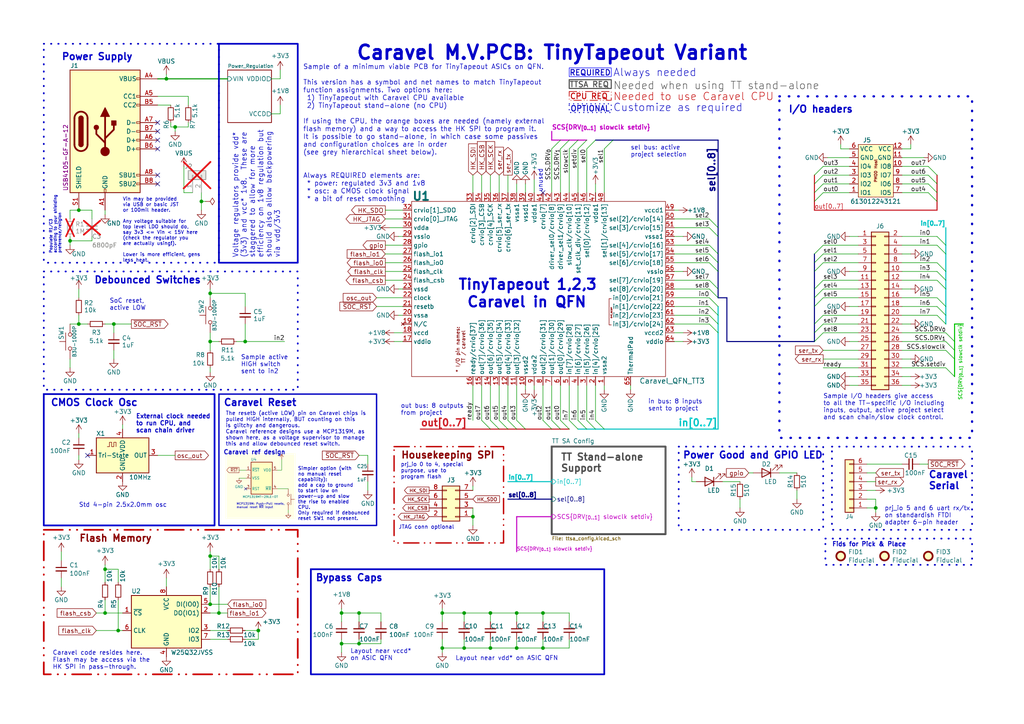
<source format=kicad_sch>
(kicad_sch (version 20230121) (generator eeschema)
  (paper "A4")
  (title_block (title "Caravel Minimum Viable PCB Example: TinyTapeout Version") (date "2023-10-27") (rev "1.3") (company "Psychogenic Technologies INC") (comment 1 "(C) 2023 Pat Deegan"))
  (junction (at 74.93 182.88))
  (junction (at 50.8 36.83))
  (junction (at 22.86 60.96))
  (junction (at 134.62 177.8))
  (junction (at 104.14 177.8))
  (junction (at 60.96 85.09))
  (junction (at 142.24 187.96))
  (junction (at 104.14 186.69))
  (junction (at 30.48 177.8))
  (junction (at 142.24 177.8))
  (junction (at 149.86 187.96))
  (junction (at 48.26 22.86))
  (junction (at 60.96 175.26))
  (junction (at 128.27 177.8))
  (junction (at 22.86 93.98))
  (junction (at 58.42 58.42))
  (junction (at 157.48 187.96))
  (junction (at 99.06 177.8))
  (junction (at 149.86 177.8))
  (junction (at 34.29 182.88))
  (junction (at 60.96 161.29))
  (junction (at 71.12 99.06))
  (junction (at 137.16 149.86))
  (junction (at 60.96 99.06))
  (junction (at 128.27 187.96))
  (junction (at 20.32 69.85))
  (junction (at 33.02 93.98))
  (junction (at 157.48 177.8))
  (junction (at 134.62 187.96))
  (junction (at 254 147.32))
  (junction (at 30.48 165.1))
  (junction (at 99.06 186.69))
  (junction (at 63.5 177.8))
  (no_connect (at 45.72 50.8))
  (no_connect (at 45.72 40.64))
  (no_connect (at 45.72 43.18))
  (no_connect (at 25.4 132.08))
  (no_connect (at 45.72 53.34))
  (no_connect (at 45.72 35.56))
  (no_connect (at 157.48 55.88))
  (no_connect (at 45.72 38.1))
  (bus_entry (at 274.32 73.66) (size -2.54 -2.54))
  (bus_entry (at 276.86 104.14) (size -2.54 -2.54))
  (bus_entry (at 236.22 78.74) (size 2.54 -2.54))
  (bus_entry (at 167.64 43.18) (size 2.54 -2.54))
  (bus_entry (at 271.78 58.42) (size -2.54 -2.54))
  (bus_entry (at 208.28 86.36) (size -2.54 -2.54))
  (bus_entry (at 236.22 58.42) (size 2.54 -2.54))
  (bus_entry (at 208.28 76.2) (size -2.54 -2.54))
  (bus_entry (at 274.32 78.74) (size -2.54 -2.54))
  (bus_entry (at 236.22 83.82) (size 2.54 -2.54))
  (bus_entry (at 236.22 93.98) (size 2.54 -2.54))
  (bus_entry (at 152.4 124.46) (size -2.54 -2.54))
  (bus_entry (at 208.28 96.52) (size -2.54 -2.54))
  (bus_entry (at 162.56 124.46) (size -2.54 -2.54))
  (bus_entry (at 165.1 124.46) (size -2.54 -2.54))
  (bus_entry (at 271.78 68.58) (size 2.54 2.54))
  (bus_entry (at 160.02 124.46) (size -2.54 -2.54))
  (bus_entry (at 276.86 99.06) (size -2.54 -2.54))
  (bus_entry (at 236.22 88.9) (size 2.54 -2.54))
  (bus_entry (at 236.22 50.8) (size 2.54 -2.54))
  (bus_entry (at 236.22 73.66) (size 2.54 -2.54))
  (bus_entry (at 167.64 124.46) (size -2.54 -2.54))
  (bus_entry (at 144.78 124.46) (size -2.54 -2.54))
  (bus_entry (at 172.72 40.64) (size -2.54 2.54))
  (bus_entry (at 162.56 43.18) (size 2.54 -2.54))
  (bus_entry (at 236.22 53.34) (size 2.54 -2.54))
  (bus_entry (at 236.22 99.06) (size 2.54 -2.54))
  (bus_entry (at 274.32 88.9) (size -2.54 -2.54))
  (bus_entry (at 208.28 78.74) (size -2.54 -2.54))
  (bus_entry (at 208.28 66.04) (size -2.54 -2.54))
  (bus_entry (at 274.32 81.28) (size -2.54 -2.54))
  (bus_entry (at 172.72 124.46) (size -2.54 -2.54))
  (bus_entry (at 165.1 43.18) (size 2.54 -2.54))
  (bus_entry (at 236.22 55.88) (size 2.54 -2.54))
  (bus_entry (at 271.78 50.8) (size -2.54 -2.54))
  (bus_entry (at 274.32 93.98) (size -2.54 -2.54))
  (bus_entry (at 142.24 124.46) (size -2.54 -2.54))
  (bus_entry (at 160.02 43.18) (size 2.54 -2.54))
  (bus_entry (at 147.32 124.46) (size -2.54 -2.54))
  (bus_entry (at 208.28 68.58) (size -2.54 -2.54))
  (bus_entry (at 236.22 76.2) (size 2.54 -2.54))
  (bus_entry (at 271.78 55.88) (size -2.54 -2.54))
  (bus_entry (at 170.18 124.46) (size -2.54 -2.54))
  (bus_entry (at 208.28 88.9) (size -2.54 -2.54))
  (bus_entry (at 236.22 96.52) (size 2.54 -2.54))
  (bus_entry (at 208.28 93.98) (size -2.54 -2.54))
  (bus_entry (at 208.28 91.44) (size -2.54 -2.54))
  (bus_entry (at 274.32 83.82) (size -2.54 -2.54))
  (bus_entry (at 276.86 109.22) (size -2.54 -2.54))
  (bus_entry (at 236.22 86.36) (size 2.54 -2.54))
  (bus_entry (at 175.26 124.46) (size -2.54 -2.54))
  (bus_entry (at 208.28 73.66) (size -2.54 -2.54))
  (bus_entry (at 276.86 101.6) (size -2.54 -2.54))
  (bus_entry (at 274.32 91.44) (size -2.54 -2.54))
  (bus_entry (at 208.28 83.82) (size -2.54 -2.54))
  (bus_entry (at 271.78 53.34) (size -2.54 -2.54))
  (bus_entry (at 177.8 40.64) (size -2.54 2.54))
  (bus_entry (at 149.86 124.46) (size -2.54 -2.54))
  (wire (pts (xy 238.76 73.66) (xy 248.92 73.66)))
  (wire (pts (xy 195.58 63.5) (xy 205.74 63.5)))
  (bus (pts (xy 208.28 68.58) (xy 208.28 73.66)))
  (wire (pts (xy 26.67 60.96) (xy 22.86 60.96)))
  (bus (pts (xy 236.22 88.9) (xy 236.22 93.98)))
  (wire (pts (xy 261.62 73.66) (xy 264.16 73.66)))
  (wire (pts (xy 195.58 81.28) (xy 205.74 81.28)))
  (wire (pts (xy 157.48 177.8) (xy 157.48 180.34)))
  (bus (pts (xy 172.72 124.46) (xy 175.26 124.46)) (stroke (width 0) (color 0 194 194 1)))
  (wire (pts (xy 264.16 41.91) (xy 264.16 43.18)))
  (wire (pts (xy 17.78 160.02) (xy 17.78 162.56)))
  (wire (pts (xy 160.02 111.76) (xy 160.02 121.92)))
  (wire (pts (xy 238.76 93.98) (xy 248.92 93.98)))
  (wire (pts (xy 165.1 180.34) (xy 165.1 177.8)))
  (wire (pts (xy 60.96 83.82) (xy 60.96 85.09)))
  (wire (pts (xy 162.56 43.18) (xy 162.56 55.88)))
  (wire (pts (xy 22.86 132.08) (xy 22.86 133.35)))
  (wire (pts (xy 167.64 111.76) (xy 167.64 121.92)))
  (wire (pts (xy 251.46 139.7) (xy 254 139.7)))
  (wire (pts (xy 261.62 86.36) (xy 271.78 86.36)))
  (bus (pts (xy 210.82 86.36) (xy 208.28 86.36)))
  (bus (pts (xy 236.22 60.96) (xy 271.78 60.96)) (stroke (width 0) (color 199 20 29 1)))
  (wire (pts (xy 246.38 99.06) (xy 248.92 99.06)))
  (wire (pts (xy 238.76 53.34) (xy 246.38 53.34)))
  (wire (pts (xy 116.84 83.82) (xy 115.57 83.82)))
  (wire (pts (xy 149.86 177.8) (xy 149.86 180.34)))
  (wire (pts (xy 182.88 113.03) (xy 182.88 111.76)))
  (bus (pts (xy 208.28 83.82) (xy 208.28 86.36)))
  (bus (pts (xy 276.86 93.98) (xy 276.86 99.06)) (stroke (width 0) (color 0 194 0 1)))
  (wire (pts (xy 144.78 55.88) (xy 144.78 50.8)))
  (wire (pts (xy 149.86 111.76) (xy 149.86 121.92)))
  (bus (pts (xy 147.32 144.78) (xy 160.02 144.78)))
  (wire (pts (xy 142.24 177.8) (xy 142.24 180.34)))
  (wire (pts (xy 142.24 177.8) (xy 149.86 177.8)))
  (wire (pts (xy 104.14 185.42) (xy 104.14 186.69)))
  (wire (pts (xy 20.32 69.85) (xy 20.32 71.12)))
  (wire (pts (xy 196.85 60.96) (xy 195.58 60.96)))
  (bus (pts (xy 236.22 99.06) (xy 210.82 99.06)))
  (bus (pts (xy 177.8 40.64) (xy 208.28 40.64)))
  (wire (pts (xy 142.24 111.76) (xy 142.24 121.92)))
  (wire (pts (xy 165.1 187.96) (xy 157.48 187.96)))
  (wire (pts (xy 264.16 43.18) (xy 261.62 43.18)))
  (wire (pts (xy 261.62 78.74) (xy 271.78 78.74)))
  (wire (pts (xy 195.58 83.82) (xy 205.74 83.82)))
  (wire (pts (xy 198.12 68.58) (xy 195.58 68.58)))
  (wire (pts (xy 170.18 43.18) (xy 170.18 55.88)))
  (wire (pts (xy 30.48 177.8) (xy 35.56 177.8)))
  (wire (pts (xy 27.94 182.88) (xy 34.29 182.88)))
  (wire (pts (xy 238.76 106.68) (xy 248.92 106.68)))
  (bus (pts (xy 236.22 93.98) (xy 236.22 96.52)))
  (wire (pts (xy 261.62 101.6) (xy 274.32 101.6)))
  (wire (pts (xy 128.27 185.42) (xy 128.27 187.96)))
  (wire (pts (xy 116.84 66.04) (xy 113.03 66.04)))
  (wire (pts (xy 116.84 88.9) (xy 109.22 88.9)))
  (wire (pts (xy 238.76 76.2) (xy 248.92 76.2)))
  (wire (pts (xy 261.62 99.06) (xy 274.32 99.06)))
  (bus (pts (xy 236.22 78.74) (xy 236.22 83.82)))
  (wire (pts (xy 261.62 76.2) (xy 271.78 76.2)))
  (wire (pts (xy 60.96 170.18) (xy 60.96 175.26)))
  (bus (pts (xy 208.28 73.66) (xy 208.28 76.2)))
  (wire (pts (xy 137.16 55.88) (xy 137.16 50.8)))
  (wire (pts (xy 261.62 81.28) (xy 271.78 81.28)))
  (wire (pts (xy 33.02 93.98) (xy 33.02 96.52)))
  (wire (pts (xy 34.29 182.88) (xy 35.56 182.88)))
  (bus (pts (xy 271.78 53.34) (xy 271.78 55.88)) (stroke (width 0) (color 199 20 29 1)))
  (wire (pts (xy 22.86 93.98) (xy 25.4 93.98)))
  (bus (pts (xy 236.22 73.66) (xy 236.22 76.2)))
  (wire (pts (xy 50.8 36.83) (xy 50.8 38.1)))
  (wire (pts (xy 238.76 81.28) (xy 248.92 81.28)))
  (wire (pts (xy 45.72 27.94) (xy 54.61 27.94)))
  (wire (pts (xy 266.7 134.62) (xy 269.24 134.62)))
  (wire (pts (xy 34.29 168.91) (xy 34.29 165.1)))
  (wire (pts (xy 209.55 139.7) (xy 214.63 139.7)))
  (wire (pts (xy 22.86 83.82) (xy 22.86 86.36)))
  (wire (pts (xy 45.72 30.48) (xy 49.53 30.48)))
  (bus (pts (xy 236.22 50.8) (xy 236.22 53.34)) (stroke (width 0) (color 199 20 29 1)))
  (bus (pts (xy 165.1 40.64) (xy 162.56 40.64)) (stroke (width 0) (color 194 0 194 1)))
  (wire (pts (xy 254 144.78) (xy 254 147.32)))
  (wire (pts (xy 74.93 182.88) (xy 74.93 185.42)))
  (wire (pts (xy 60.96 85.09) (xy 71.12 85.09)))
  (wire (pts (xy 157.48 111.76) (xy 157.48 121.92)))
  (bus (pts (xy 121.92 124.46) (xy 142.24 124.46)) (stroke (width 0) (color 199 20 29 1)))
  (wire (pts (xy 195.58 88.9) (xy 205.74 88.9)))
  (wire (pts (xy 71.12 99.06) (xy 82.55 99.06)))
  (wire (pts (xy 128.27 177.8) (xy 128.27 180.34)))
  (wire (pts (xy 157.48 185.42) (xy 157.48 187.96)))
  (wire (pts (xy 254 147.32) (xy 254 148.59)))
  (bus (pts (xy 271.78 55.88) (xy 271.78 58.42)) (stroke (width 0) (color 199 20 29 1)))
  (wire (pts (xy 134.62 177.8) (xy 134.62 180.34)))
  (wire (pts (xy 137.16 140.97) (xy 137.16 142.24)))
  (bus (pts (xy 208.28 40.64) (xy 208.28 66.04)))
  (wire (pts (xy 110.49 186.69) (xy 110.49 185.42)))
  (bus (pts (xy 271.78 50.8) (xy 271.78 53.34)) (stroke (width 0) (color 199 20 29 1)))
  (wire (pts (xy 33.02 101.6) (xy 33.02 104.14)))
  (wire (pts (xy 30.48 173.99) (xy 30.48 177.8)))
  (bus (pts (xy 172.72 40.64) (xy 177.8 40.64)))
  (bus (pts (xy 208.28 93.98) (xy 208.28 96.52)) (stroke (width 0) (color 0 194 194 1)))
  (wire (pts (xy 149.86 187.96) (xy 142.24 187.96)))
  (wire (pts (xy 246.38 68.58) (xy 248.92 68.58)))
  (wire (pts (xy 116.84 81.28) (xy 111.76 81.28)))
  (wire (pts (xy 195.58 91.44) (xy 205.74 91.44)))
  (wire (pts (xy 30.48 93.98) (xy 33.02 93.98)))
  (bus (pts (xy 274.32 88.9) (xy 274.32 91.44)) (stroke (width 0) (color 0 194 194 1)))
  (bus (pts (xy 160.02 38.1) (xy 160.02 40.64)) (stroke (width 0) (color 194 0 194 1)))
  (wire (pts (xy 142.24 185.42) (xy 142.24 187.96)))
  (wire (pts (xy 261.62 50.8) (xy 269.24 50.8)))
  (wire (pts (xy 157.48 177.8) (xy 165.1 177.8)))
  (wire (pts (xy 261.62 111.76) (xy 264.16 111.76)))
  (wire (pts (xy 261.62 104.14) (xy 264.16 104.14)))
  (bus (pts (xy 236.22 76.2) (xy 236.22 78.74)))
  (wire (pts (xy 26.67 69.85) (xy 20.32 69.85)))
  (bus (pts (xy 208.28 91.44) (xy 208.28 93.98)) (stroke (width 0) (color 0 194 194 1)))
  (wire (pts (xy 45.72 132.08) (xy 50.8 132.08)))
  (wire (pts (xy 134.62 185.42) (xy 134.62 187.96)))
  (wire (pts (xy 110.49 177.8) (xy 110.49 180.34)))
  (wire (pts (xy 116.84 91.44) (xy 115.57 91.44)))
  (bus (pts (xy 279.4 93.98) (xy 276.86 93.98)) (stroke (width 0) (color 0 194 0 1)))
  (wire (pts (xy 22.86 125.73) (xy 22.86 127)))
  (wire (pts (xy 243.84 43.18) (xy 246.38 43.18)))
  (bus (pts (xy 208.28 88.9) (xy 208.28 91.44)) (stroke (width 0) (color 0 194 194 1)))
  (wire (pts (xy 246.38 111.76) (xy 248.92 111.76)))
  (bus (pts (xy 274.32 66.04) (xy 274.32 71.12)) (stroke (width 0) (color 0 194 194 1)))
  (wire (pts (xy 22.86 60.96) (xy 20.32 60.96)))
  (wire (pts (xy 152.4 113.03) (xy 152.4 111.76)))
  (wire (pts (xy 246.38 88.9) (xy 248.92 88.9)))
  (wire (pts (xy 116.84 73.66) (xy 111.76 73.66)))
  (wire (pts (xy 60.96 161.29) (xy 63.5 161.29)))
  (wire (pts (xy 142.24 55.88) (xy 142.24 50.8)))
  (wire (pts (xy 149.86 177.8) (xy 157.48 177.8)))
  (bus (pts (xy 147.32 124.46) (xy 149.86 124.46)) (stroke (width 0) (color 199 20 29 1)))
  (wire (pts (xy 30.48 163.83) (xy 30.48 165.1)))
  (wire (pts (xy 99.06 186.69) (xy 104.14 186.69)))
  (wire (pts (xy 261.62 96.52) (xy 274.32 96.52)))
  (wire (pts (xy 261.62 68.58) (xy 271.78 68.58)))
  (bus (pts (xy 274.32 83.82) (xy 274.32 88.9)) (stroke (width 0) (color 0 194 194 1)))
  (wire (pts (xy 60.96 182.88) (xy 66.04 182.88)))
  (wire (pts (xy 251.46 147.32) (xy 254 147.32)))
  (wire (pts (xy 147.32 55.88) (xy 147.32 50.8)))
  (bus (pts (xy 271.78 60.96) (xy 271.78 58.42)) (stroke (width 0) (color 199 20 29 1)))
  (wire (pts (xy 48.26 21.59) (xy 48.26 22.86)))
  (wire (pts (xy 162.56 111.76) (xy 162.56 121.92)))
  (wire (pts (xy 116.84 71.12) (xy 111.76 71.12)))
  (bus (pts (xy 208.28 78.74) (xy 208.28 83.82)))
  (wire (pts (xy 104.14 177.8) (xy 104.14 180.34)))
  (wire (pts (xy 195.58 93.98) (xy 205.74 93.98)))
  (bus (pts (xy 236.22 96.52) (xy 236.22 99.06)))
  (wire (pts (xy 165.1 185.42) (xy 165.1 187.96)))
  (bus (pts (xy 144.78 124.46) (xy 147.32 124.46)) (stroke (width 0) (color 199 20 29 1)))
  (bus (pts (xy 236.22 58.42) (xy 236.22 60.96)) (stroke (width 0) (color 199 20 29 1)))
  (wire (pts (xy 81.28 33.02) (xy 78.74 33.02)))
  (wire (pts (xy 60.96 185.42) (xy 66.04 185.42)))
  (wire (pts (xy 238.76 96.52) (xy 248.92 96.52)))
  (wire (pts (xy 238.76 50.8) (xy 246.38 50.8)))
  (wire (pts (xy 200.66 138.43) (xy 200.66 139.7)))
  (wire (pts (xy 17.78 167.64) (xy 17.78 170.18)))
  (wire (pts (xy 99.06 177.8) (xy 99.06 180.34)))
  (wire (pts (xy 261.62 91.44) (xy 271.78 91.44)))
  (wire (pts (xy 63.5 170.18) (xy 63.5 177.8)))
  (wire (pts (xy 99.06 185.42) (xy 99.06 186.69)))
  (wire (pts (xy 152.4 55.88) (xy 152.4 53.34)))
  (wire (pts (xy 251.46 144.78) (xy 254 144.78)))
  (wire (pts (xy 149.86 185.42) (xy 149.86 187.96)))
  (bus (pts (xy 274.32 81.28) (xy 274.32 83.82)) (stroke (width 0) (color 0 194 194 1)))
  (wire (pts (xy 30.48 60.96) (xy 30.48 62.23)))
  (wire (pts (xy 160.02 43.18) (xy 160.02 55.88)))
  (bus (pts (xy 149.86 149.86) (xy 149.86 160.02)) (stroke (width 0) (color 194 0 194 1)))
  (wire (pts (xy 226.06 137.16) (xy 231.14 137.16)))
  (wire (pts (xy 198.12 99.06) (xy 195.58 99.06)))
  (wire (pts (xy 81.28 20.32) (xy 81.28 22.86)))
  (wire (pts (xy 74.93 185.42) (xy 71.12 185.42)))
  (bus (pts (xy 142.24 124.46) (xy 144.78 124.46)) (stroke (width 0) (color 199 20 29 1)))
  (wire (pts (xy 142.24 187.96) (xy 134.62 187.96)))
  (wire (pts (xy 45.72 22.86) (xy 48.26 22.86)) (stroke (width 0.3)))
  (bus (pts (xy 210.82 99.06) (xy 210.82 86.36)))
  (wire (pts (xy 128.27 176.53) (xy 128.27 177.8)))
  (wire (pts (xy 116.84 96.52) (xy 114.3 96.52)))
  (wire (pts (xy 165.1 111.76) (xy 165.1 121.92)))
  (bus (pts (xy 236.22 83.82) (xy 236.22 86.36)))
  (wire (pts (xy 63.5 161.29) (xy 63.5 165.1)))
  (wire (pts (xy 60.96 161.29) (xy 60.96 165.1)))
  (wire (pts (xy 22.86 91.44) (xy 22.86 93.98)))
  (wire (pts (xy 81.28 30.48) (xy 81.28 33.02)))
  (bus (pts (xy 276.86 99.06) (xy 276.86 101.6)) (stroke (width 0) (color 0 194 0 1)))
  (wire (pts (xy 261.62 88.9) (xy 271.78 88.9)))
  (wire (pts (xy 200.66 139.7) (xy 201.93 139.7)))
  (wire (pts (xy 60.96 160.02) (xy 60.96 161.29)))
  (wire (pts (xy 26.67 68.58) (xy 26.67 69.85)))
  (wire (pts (xy 20.32 60.96) (xy 20.32 63.5)))
  (wire (pts (xy 195.58 76.2) (xy 205.74 76.2)))
  (wire (pts (xy 104.14 132.08) (xy 106.68 132.08)))
  (wire (pts (xy 60.96 85.09) (xy 60.96 86.36)))
  (wire (pts (xy 50.8 36.83) (xy 54.61 36.83)))
  (wire (pts (xy 30.48 165.1) (xy 30.48 168.91)))
  (bus (pts (xy 274.32 73.66) (xy 274.32 78.74)) (stroke (width 0) (color 0 194 194 1)))
  (bus (pts (xy 276.86 104.14) (xy 276.86 109.22)) (stroke (width 0) (color 0 194 0 1)))
  (wire (pts (xy 34.29 173.99) (xy 34.29 182.88)))
  (wire (pts (xy 238.76 55.88) (xy 246.38 55.88)))
  (wire (pts (xy 238.76 91.44) (xy 248.92 91.44)))
  (wire (pts (xy 195.58 66.04) (xy 205.74 66.04)))
  (wire (pts (xy 116.84 68.58) (xy 115.57 68.58)))
  (wire (pts (xy 49.53 35.56) (xy 49.53 36.83)))
  (wire (pts (xy 261.62 83.82) (xy 264.16 83.82)))
  (wire (pts (xy 195.58 71.12) (xy 205.74 71.12)))
  (wire (pts (xy 58.42 58.42) (xy 58.42 60.96)))
  (bus (pts (xy 162.56 124.46) (xy 165.1 124.46)) (stroke (width 0) (color 199 20 29 1)))
  (wire (pts (xy 81.28 22.86) (xy 78.74 22.86)))
  (wire (pts (xy 58.42 58.42) (xy 59.69 58.42)))
  (wire (pts (xy 139.7 111.76) (xy 139.7 121.92)))
  (wire (pts (xy 20.32 68.58) (xy 20.32 69.85)))
  (wire (pts (xy 53.34 48.26) (xy 53.34 55.88)))
  (wire (pts (xy 134.62 177.8) (xy 142.24 177.8)))
  (wire (pts (xy 48.26 22.86) (xy 66.04 22.86)) (stroke (width 0.3)))
  (wire (pts (xy 26.67 60.96) (xy 26.67 63.5)))
  (wire (pts (xy 231.14 142.24) (xy 231.14 144.78)))
  (wire (pts (xy 246.38 78.74) (xy 248.92 78.74)))
  (bus (pts (xy 160.02 124.46) (xy 162.56 124.46)) (stroke (width 0) (color 199 20 29 1)))
  (wire (pts (xy 251.46 142.24) (xy 254 142.24)))
  (wire (pts (xy 116.84 76.2) (xy 111.76 76.2)))
  (wire (pts (xy 149.86 55.88) (xy 149.86 53.34)))
  (wire (pts (xy 106.68 132.08) (xy 106.68 134.62)))
  (wire (pts (xy 128.27 187.96) (xy 128.27 189.23)))
  (wire (pts (xy 175.26 43.18) (xy 175.26 55.88)))
  (wire (pts (xy 261.62 93.98) (xy 264.16 93.98)))
  (wire (pts (xy 137.16 111.76) (xy 137.16 121.92)))
  (wire (pts (xy 106.68 139.7) (xy 106.68 142.24)))
  (wire (pts (xy 35.56 123.19) (xy 35.56 124.46)))
  (wire (pts (xy 172.72 55.88) (xy 172.72 53.34)))
  (wire (pts (xy 54.61 35.56) (xy 54.61 36.83)))
  (wire (pts (xy 251.46 137.16) (xy 254 137.16)))
  (wire (pts (xy 157.48 187.96) (xy 149.86 187.96)))
  (wire (pts (xy 116.84 99.06) (xy 114.3 99.06)))
  (wire (pts (xy 30.48 165.1) (xy 34.29 165.1)))
  (bus (pts (xy 236.22 86.36) (xy 236.22 88.9)))
  (wire (pts (xy 238.76 83.82) (xy 248.92 83.82)))
  (wire (pts (xy 195.58 73.66) (xy 205.74 73.66)))
  (wire (pts (xy 48.26 167.64) (xy 48.26 170.18)))
  (wire (pts (xy 137.16 152.4) (xy 137.16 149.86)))
  (wire (pts (xy 154.94 55.88) (xy 154.94 52.07)))
  (wire (pts (xy 195.58 86.36) (xy 205.74 86.36)))
  (wire (pts (xy 261.62 109.22) (xy 264.16 109.22)))
  (wire (pts (xy 99.06 176.53) (xy 99.06 177.8)))
  (wire (pts (xy 20.32 93.98) (xy 22.86 93.98)))
  (wire (pts (xy 60.96 96.52) (xy 60.96 99.06)))
  (wire (pts (xy 198.12 96.52) (xy 195.58 96.52)))
  (wire (pts (xy 134.62 187.96) (xy 128.27 187.96)))
  (wire (pts (xy 63.5 177.8) (xy 66.04 177.8)))
  (wire (pts (xy 71.12 93.98) (xy 71.12 99.06)))
  (wire (pts (xy 198.12 78.74) (xy 195.58 78.74)))
  (wire (pts (xy 20.32 104.14) (xy 20.32 106.68)))
  (bus (pts (xy 274.32 91.44) (xy 274.32 93.98)) (stroke (width 0) (color 0 194 194 1)))
  (bus (pts (xy 236.22 53.34) (xy 236.22 55.88)) (stroke (width 0) (color 199 20 29 1)))
  (wire (pts (xy 104.14 186.69) (xy 110.49 186.69)))
  (wire (pts (xy 54.61 27.94) (xy 54.61 30.48)))
  (wire (pts (xy 116.84 78.74) (xy 111.76 78.74)))
  (wire (pts (xy 68.58 99.06) (xy 71.12 99.06)))
  (bus (pts (xy 170.18 124.46) (xy 172.72 124.46)) (stroke (width 0) (color 0 194 194 1)))
  (wire (pts (xy 104.14 177.8) (xy 110.49 177.8)))
  (wire (pts (xy 240.03 45.72) (xy 246.38 45.72)))
  (bus (pts (xy 152.4 124.46) (xy 160.02 124.46)) (stroke (width 0) (color 199 20 29 1)))
  (wire (pts (xy 50.8 36.83) (xy 49.53 36.83)))
  (wire (pts (xy 60.96 106.68) (xy 60.96 107.95)))
  (wire (pts (xy 53.34 55.88) (xy 55.88 55.88)))
  (wire (pts (xy 214.63 144.78) (xy 214.63 147.32)))
  (wire (pts (xy 251.46 134.62) (xy 261.62 134.62)))
  (wire (pts (xy 116.84 86.36) (xy 109.22 86.36)))
  (wire (pts (xy 60.96 177.8) (xy 63.5 177.8)))
  (wire (pts (xy 33.02 93.98) (xy 38.1 93.98)))
  (wire (pts (xy 170.18 111.76) (xy 170.18 121.92)))
  (bus (pts (xy 170.18 40.64) (xy 167.64 40.64)) (stroke (width 0) (color 194 0 194 1)))
  (wire (pts (xy 154.94 113.03) (xy 154.94 111.76)))
  (wire (pts (xy 238.76 101.6) (xy 248.92 101.6)))
  (bus (pts (xy 274.32 78.74) (xy 274.32 81.28)) (stroke (width 0) (color 0 194 194 1)))
  (wire (pts (xy 116.84 60.96) (xy 111.76 60.96)))
  (wire (pts (xy 175.26 113.03) (xy 175.26 111.76)))
  (bus (pts (xy 236.22 55.88) (xy 236.22 58.42)) (stroke (width 0) (color 199 20 29 1)))
  (wire (pts (xy 261.62 48.26) (xy 269.24 48.26)))
  (wire (pts (xy 128.27 177.8) (xy 134.62 177.8)))
  (bus (pts (xy 208.28 66.04) (xy 208.28 68.58)))
  (bus (pts (xy 147.32 139.7) (xy 160.02 139.7)) (stroke (width 0) (color 0 194 194 1)))
  (bus (pts (xy 274.32 71.12) (xy 274.32 73.66)) (stroke (width 0) (color 0 194 194 1)))
  (wire (pts (xy 261.62 53.34) (xy 269.24 53.34)))
  (wire (pts (xy 60.96 99.06) (xy 63.5 99.06)))
  (wire (pts (xy 58.42 55.88) (xy 58.42 58.42)))
  (wire (pts (xy 217.17 137.16) (xy 218.44 137.16)))
  (wire (pts (xy 261.62 55.88) (xy 269.24 55.88)))
  (wire (pts (xy 261.62 45.72) (xy 267.97 45.72)))
  (wire (pts (xy 139.7 55.88) (xy 139.7 50.8)))
  (bus (pts (xy 149.86 124.46) (xy 152.4 124.46)) (stroke (width 0) (color 199 20 29 1)))
  (wire (pts (xy 60.96 99.06) (xy 60.96 101.6)))
  (wire (pts (xy 167.64 43.18) (xy 167.64 55.88)))
  (wire (pts (xy 172.72 111.76) (xy 172.72 121.92)))
  (wire (pts (xy 137.16 147.32) (xy 137.16 149.86)))
  (wire (pts (xy 60.96 175.26) (xy 66.04 175.26)))
  (wire (pts (xy 261.62 71.12) (xy 271.78 71.12)))
  (wire (pts (xy 147.32 111.76) (xy 147.32 121.92)))
  (wire (pts (xy 144.78 111.76) (xy 144.78 121.92)))
  (bus (pts (xy 276.86 101.6) (xy 276.86 104.14)) (stroke (width 0) (color 0 194 0 1)))
  (wire (pts (xy 71.12 182.88) (xy 74.93 182.88)))
  (wire (pts (xy 238.76 48.26) (xy 246.38 48.26)))
  (wire (pts (xy 165.1 43.18) (xy 165.1 55.88)))
  (bus (pts (xy 208.28 96.52) (xy 208.28 124.46)) (stroke (width 0) (color 0 194 194 1)))
  (bus (pts (xy 167.64 124.46) (xy 170.18 124.46)) (stroke (width 0) (color 0 194 194 1)))
  (wire (pts (xy 238.76 71.12) (xy 248.92 71.12)))
  (wire (pts (xy 246.38 109.22) (xy 248.92 109.22)))
  (wire (pts (xy 116.84 63.5) (xy 111.76 63.5)))
  (wire (pts (xy 243.84 41.91) (xy 243.84 43.18)))
  (wire (pts (xy 238.76 104.14) (xy 248.92 104.14)))
  (wire (pts (xy 99.06 177.8) (xy 104.14 177.8)))
  (wire (pts (xy 99.06 186.69) (xy 99.06 189.23)))
  (bus (pts (xy 162.56 40.64) (xy 160.02 40.64)) (stroke (width 0) (color 194 0 194 1)))
  (bus (pts (xy 149.86 149.86) (xy 160.02 149.86)) (stroke (width 0) (color 194 0 194 1)))
  (wire (pts (xy 238.76 86.36) (xy 248.92 86.36)))
  (bus (pts (xy 175.26 124.46) (xy 208.28 124.46)) (stroke (width 0) (color 0 194 194 1)))
  (wire (pts (xy 71.12 85.09) (xy 71.12 88.9)))
  (wire (pts (xy 261.62 106.68) (xy 274.32 106.68)))
  (bus (pts (xy 208.28 76.2) (xy 208.28 78.74)))
  (wire (pts (xy 27.94 177.8) (xy 30.48 177.8)))
  (bus (pts (xy 167.64 40.64) (xy 165.1 40.64)) (stroke (width 0) (color 194 0 194 1)))
  (rectangle (start 63.5 12.7) (end 86.36 76.2) (stroke (width 0.5)))
  (rectangle (start 12.7 78.74) (end 86.36 113.03) (stroke (width 0.5) (type dot)))
  (rectangle (start 12.7 12.7) (end 63.5 76.2) (stroke (width 0.5) (type dot)))
  (rectangle (start 165.1 30.099) (end 177.292 32.639) (stroke (width 0.3) (type dot)))
  (rectangle (start 12.7 153.67) (end 86.36 195.58) (stroke (width 0.5) (type dash_dot_dot) (color 194 0 0 1)))
  (rectangle (start 241.3 129.54) (end 281.94 153.67) (stroke (width 0.5) (type dot)))
  (rectangle (start 90.17 165.1) (end 175.26 195.58) (stroke (width 0.5)))
  (rectangle (start 165.1 26.543) (end 177.292 29.083) (stroke (width 0.2) (type dash_dot_dot) (color 194 0 0 1)))
  (rectangle (start 12.7 114.3) (end 62.23 152.4) (stroke (width 0.5)))
  (rectangle (start 239.395 156.21) (end 281.94 163.83) (stroke (width 0.5) (type dot)))
  (rectangle (start 226.06 27.94) (end 281.94 127) (stroke (width 0.65) (type dot)))
  (rectangle (start 114.3 129.54) (end 146.05 157.48) (stroke (width 0.4) (type dash_dot_dot) (color 194 0 0 1)))
  (rectangle (start 165.1 19.685) (end 177.292 22.225) (stroke (width 0) (color 0 0 255 1)))
  (rectangle (start 165.1 23.114) (end 177.292 25.654) (stroke (width 0.3) (color 72 72 72 1)))
  (rectangle (start 196.85 129.54) (end 238.76 153.67) (stroke (width 0.5) (type dot)))
  (rectangle (start 63.5 114.3) (end 109.22 152.4) (stroke (width 0.4)))
  (image (at 75.565 140.97) (scale 0.391542))
  (text "Caravel\nSerial" (at 269.24 142.24 0) (effects (font (size 2 2) (thickness 0.4) bold) (justify left bottom)))
  (text "Caravel in QFN" (at 135.255 89.535 0) (effects (font (size 3 3) bold) (justify left bottom)))
  (text "CMOS Clock Osc" (at 14.605 118.11 0) (effects (font (size 2 2) (thickness 0.4) bold) (justify left bottom)))
  (text "SoC reset, \nactive LOW" (at 31.75 90.17 0) (effects (font (size 1.27 1.27)) (justify left bottom)))
  (text "Caravel Reset" (at 64.77 118.11 0) (effects (font (size 2 2) (thickness 0.4) bold) (justify left bottom)))
  (text "Voltage regulators provide vdd* \n(3v3) and vcc* 1v8.  These are \nstaggered to allow for more \nefficiency on 1v8 regulation but \nshould also allow backpowering \nvia vdd/3v3" (at 81.28 74.93 90) (effects (font (size 1.5 1.5)) (justify left bottom)))
  (text "Sample active\nHIGH switch\nsent to in2" (at 69.85 108.585 0) (effects (font (size 1.27 1.27)) (justify left bottom)))
  (text "Power Supply" (at 17.78 17.78 0) (effects (font (size 2 2) (thickness 0.4) bold) (justify left bottom)))
  (text "Fids for Pick & Place" (at 241.3 158.75 0) (effects (font (size 1.27 1.27) bold) (justify left bottom)))
  (text "Customize as required" (at 177.8 32.639 0) (effects (font (size 2.2 2.2)) (justify left bottom)))
  (text "JTAG conn optional" (at 115.57 153.67 0) (effects (font (size 1.1 1.1)) (justify left bottom)))
  (text "Needed to use Caravel CPU" (at 177.8 29.464 0) (effects (font (size 2.2 2.2)) (justify left bottom)))
  (text "sel bus: active\nproject selection" (at 182.88 45.72 0) (effects (font (size 1.27 1.27)) (justify left bottom)))
  (text "Layout near vdd* on ASIC QFN" (at 132.08 191.77 0) (effects (font (size 1.27 1.27)) (justify left bottom)))
  (text "in bus: 8 inputs\nsent to project" (at 187.96 119.38 0) (effects (font (size 1.27 1.27)) (justify left bottom)))
  (text "Always needed" (at 177.8 22.479 0) (effects (font (size 2.2 2.2)) (justify left bottom)))
  (text "REQUIRED" (at 165.1 22.225 0) (effects (font (size 1.6 1.6) (thickness 0.254) bold) (justify left bottom)))
  (text "Vin may be provided\nvia USB or basic JST \nor 100mil header.\n\nAny voltage suitable for \ntop level LDO should do,\nsay 3v3 <= Vin < 15V here\n(check the regulator you\nare actually using!).\n\nLower is more efficient, gens \nless heat." (at 35.56 76.2 0) (effects (font (size 1 1)) (justify left bottom)))
  (text "OPTIONAL" (at 165.354 32.639 0) (effects (font (size 1.6 1.6) (thickness 0.254) bold) (justify left bottom)))
  (text "I/O headers" (at 228.6 33.02 0) (effects (font (size 2 2) (thickness 0.4) bold) (justify left bottom)))
  (text "Populate R1/C3 \naccording to your shielding \npreference/religion" (at 17.78 73.66 90) (effects (font (size 0.8 0.8)) (justify left bottom)))
  (text "TinyTapeout 1,2,3" (at 132.715 84.455 0) (effects (font (size 3 3) bold) (justify left bottom)))
  (text "Power Good and GPIO LED" (at 238.76 133.35 0) (effects (font (size 2 2) (thickness 0.4) bold) (justify right bottom)))
  (text "TT Stand-alone\nSupport" (at 162.56 137.16 0) (effects (font (size 2 2) (thickness 0.4) bold) (justify left bottom)))
  (text "Sample of a minimum viable PCB for TinyTapeout ASICs on QFN.  \n\nThis version has a symbol and net names to match TinyTapeout\nfunction assignments. Two options here:\n 1) TinyTapeout with Caravel CPU available \n 2) TinyTapeout stand-alone (no CPU) \n\nIf using the CPU, the orange boxes are needed (namely external\nflash memory) and a way to access the HK SPI to program it.\nIt is possible to go stand-alone, in which case some passives\nand configuration choices are in order \n(see grey hierarchical sheet below).\n\n\nAlways REQUIRED elements are:\n * power: regulated 3v3 and 1v8\n * osc: a CMOS clock signal\n * a bit of reset smoothing\n" (at 87.884 58.674 0) (effects (font (size 1.4 1.4)) (justify left bottom)))
  (text "Debounced Switches" (at 58.42 82.55 0) (effects (font (size 2 2) (thickness 0.4) bold) (justify right bottom)))
  (text "prj_io 0 to 4, special \npurpose, use to\nprogram flash" (at 116.205 139.065 0) (effects (font (size 1.1 1.1)) (justify left bottom)))
  (text "Caravel code resides here.  \nFlash may be access via the \nHK SPI in pass-through." (at 15.24 194.31 0) (effects (font (size 1.27 1.27)) (justify left bottom)))
  (text "out bus: 8 outputs\nfrom project" (at 116.205 120.65 0) (effects (font (size 1.27 1.27)) (justify left bottom)))
  (text "Bypass Caps" (at 91.44 168.91 0) (effects (font (size 2 2) (thickness 0.4) bold) (justify left bottom)))
  (text "Needed when using TT stand-alone" (at 177.8 26.289 0) (effects (font (size 2.2 2.2)) (justify left bottom)))
  (text "External clock needed\nto run CPU, and \nscan chain driver" (at 39.37 125.73 0) (effects (font (size 1.27 1.27) bold) (justify left bottom)))
  (text "unused" (at 157.48 55.88 90) (effects (font (size 1.27 1.27)) (justify left bottom)))
  (text "Sample I/O headers give access\nto all the TT-specific I/O including\ninputs, output, active project select\nand scan chain/slow clock control.\n" (at 238.76 121.92 0) (effects (font (size 1.27 1.27)) (justify left bottom)))
  (text "Flash Memory" (at 22.86 157.48 0) (effects (font (size 2 2) (thickness 0.4) bold) (justify left bottom)))
  (text "CPU REQ" (at 165.227 29.083 0) (effects (font (size 1.6 1.6) (thickness 0.254) bold) (justify left bottom)))
  (text "prj_io 5 and 6 uart rx/tx\non standardish FTDI \nadapter 6-pin header" (at 256.54 152.4 0) (effects (font (size 1.27 1.27)) (justify left bottom)))
  (text "TTSA REQ" (at 165.1 25.654 0) (effects (font (size 1.6 1.6) (thickness 0.254) bold) (justify left bottom)))
  (text "Caravel ref design" (at 64.77 132.08 0) (effects (font (size 1.27 1.27) (thickness 0.24) bold) (justify left bottom)))
  (text "The resetb (active LOW) pin on Caravel chips is\npulled HIGH internally, BUT counting on this \nis glitchy and dangerous. \nCaravel reference designs use a MCP1319M, as \nshown here, as a voltage supervisor to manage \nthis and allow debounced reset switch." (at 65.405 129.54 0) (effects (font (size 1.1 1.1)) (justify left bottom)))
  (text "Std 4-pin 2.5x2.0mm osc" (at 22.86 147.32 0) (effects (font (size 1.27 1.27)) (justify left bottom)))
  (text "Housekeeping SPI" (at 116.205 133.35 0) (effects (font (size 2 2) (thickness 0.4) bold) (justify left bottom)))
  (text "Simpler option (with\nno manual reset \ncapability): \nadd a cap to ground\nto start low on \npower-up and slow \nthe rise to enabled \nCPU.\nOnly required if debounced\nreset SW1 not present.\n" (at 86.36 151.13 0) (effects (font (size 1 1)) (justify left bottom)))
  (text "Layout near vccd*\non ASIC QFN" (at 101.6 191.77 0) (effects (font (size 1.27 1.27)) (justify left bottom)))
  (text "Caravel M.V.PCB: TinyTapeout Variant" (at 103.124 17.78 0) (effects (font (size 4 4) (thickness 0.8) bold) (justify left bottom)))
  (label "out[0..7]" (at 236.22 60.96 0))
  (label "out6" (at 142.24 121.92 90))
  (label "in3" (at 205.74 93.98 180))
  (label "in1" (at 205.74 88.9 180))
  (label "out3" (at 149.86 121.92 90))
  (label "slowclk" (at 165.1 43.18 270))
  (label "SCS{DRV_{[0..1]} slowclk setdiv}" (at 279.4 93.98 270) (effects (font (size 1 1))))
  (label "in6" (at 167.64 121.92 90))
  (label "sel[0..8]" (at 147.32 144.78 0) (effects (font (thickness 0.4) bold)))
  (label "sel3" (at 238.76 81.28 0))
  (label "in5" (at 266.7 86.36 0))
  (label "in0" (at 205.74 86.36 180))
  (label "in0" (at 266.7 68.58 0))
  (label "in7" (at 266.7 91.44 0))
  (label "in5" (at 170.18 121.92 90))
  (label "sel0" (at 238.76 71.12 0))
  (label "out0" (at 238.76 55.88 0))
  (label "out1" (at 160.02 121.92 90))
  (label "sel6" (at 238.76 91.44 0))
  (label "out4" (at 264.16 55.88 0))
  (label "in4" (at 266.7 81.28 0))
  (label "SCS.slowclk" (at 274.32 101.6 180))
  (label "SCS.DRV_{1}" (at 162.56 43.18 270))
  (label "sel[0..8]" (at 208.28 55.88 90) (effects (font (size 2 2) (thickness 0.4) bold)))
  (label "SCS.DRV_{0}" (at 274.32 96.52 180))
  (label "in2" (at 82.55 99.06 180))
  (label "sel5" (at 238.76 86.36 0))
  (label "out3" (at 238.76 48.26 0))
  (label "in3" (at 266.7 78.74 0))
  (label "out[0..7]" (at 121.92 124.46 0) (effects (font (size 2 2) (thickness 0.4) bold)))
  (label "SCS.DRV_{1}" (at 274.32 99.06 180))
  (label "setdiv" (at 167.64 43.18 270))
  (label "in[0..7]" (at 274.32 66.04 180) (effects (font (thickness 0.4) bold)))
  (label "sel4" (at 238.76 83.82 0))
  (label "out1" (at 238.76 53.34 0))
  (label "out6" (at 264.16 50.8 0))
  (label "in2" (at 266.7 76.2 0))
  (label "sel2" (at 238.76 76.2 0))
  (label "in7" (at 165.1 121.92 90))
  (label "ready" (at 238.76 106.68 0))
  (label "out0" (at 162.56 121.92 90))
  (label "out4" (at 147.32 121.92 90))
  (label "sel3" (at 205.74 66.04 180))
  (label "sel5" (at 205.74 73.66 180))
  (label "in2" (at 205.74 91.44 180))
  (label "SCS{DRV_{[0..1]} slowclk setdiv}" (at 149.86 160.02 0) (effects (font (size 1 1))))
  (label "sel7" (at 238.76 93.98 0))
  (label "in1" (at 266.7 71.12 0))
  (label "out7" (at 264.16 48.26 0))
  (label "in[0..7]" (at 208.28 124.46 180) (effects (font (size 2 2) (thickness 0.4) bold)))
  (label "out5" (at 144.78 121.92 90))
  (label "out7" (at 139.7 121.92 90))
  (label "out5" (at 264.16 53.34 0))
  (label "out2" (at 238.76 50.8 0))
  (label "sel4" (at 205.74 71.12 180))
  (label "in6" (at 266.7 88.9 0))
  (label "ready" (at 137.16 121.92 90))
  (label "SCS{DRV_{[0..1]} slowclk setdiv}" (at 160.02 38.1 0) (effects (font (size 1.3 1.3) (thickness 0.26) bold)))
  (label "sel7" (at 205.74 81.28 180))
  (label "in[0..7]" (at 147.32 139.7 0) (effects (font (thickness 0.4) bold)))
  (label "out2" (at 157.48 121.92 90))
  (label "sel1" (at 238.76 73.66 0))
  (label "sel2" (at 205.74 63.5 180))
  (label "SCS.setdiv" (at 274.32 106.68 180))
  (label "sel0" (at 170.18 43.18 270))
  (label "sel1" (at 175.26 43.18 270))
  (label "sel8" (at 205.74 83.82 180))
  (label "SCS.DRV_{0}" (at 160.02 43.18 270))
  (label "in4" (at 172.72 121.92 90))
  (label "sel8" (at 238.76 96.52 0))
  (label "sel6" (at 205.74 76.2 180))
  (global_label "~{SOC_RST}" (shape input) (at 104.14 132.08 180) (property "Intersheetrefs" "${INTERSHEET_REFS}" (effects hide)))
  (global_label "HK_SCK" (shape input) (at 142.24 50.8 90) (property "Intersheetrefs" "${INTERSHEET_REFS}" (effects hide)))
  (global_label "flash_io1" (shape output) (at 66.04 177.8 0) (property "Intersheetrefs" "${INTERSHEET_REFS}" (effects hide)))
  (global_label "ser_tx" (shape output) (at 147.32 50.8 90) (property "Intersheetrefs" "${INTERSHEET_REFS}" (effects hide)))
  (global_label "HK_SCK" (shape output) (at 124.46 144.78 180) (effects (font (size 1 1))) (property "Intersheetrefs" "${INTERSHEET_REFS}" (effects hide)))
  (global_label "HK_JTAG" (shape bidirectional) (at 124.46 149.86 180) (effects (font (size 1 1))) (property "Intersheetrefs" "${INTERSHEET_REFS}" (effects hide)))
  (global_label "HK_SDI" (shape input) (at 137.16 50.8 90) (property "Intersheetrefs" "${INTERSHEET_REFS}" (effects hide)))
  (global_label "~{SOC_RST}" (shape output) (at 38.1 93.98 0) (property "Intersheetrefs" "${INTERSHEET_REFS}" (effects hide)))
  (global_label "osc_out" (shape output) (at 50.8 132.08 0) (property "Intersheetrefs" "${INTERSHEET_REFS}" (effects hide)))
  (global_label "flash_io1" (shape input) (at 111.76 73.66 180) (property "Intersheetrefs" "${INTERSHEET_REFS}" (effects hide)))
  (global_label "ser_tx" (shape input) (at 254 137.16 0) (property "Intersheetrefs" "${INTERSHEET_REFS}" (effects hide)))
  (global_label "osc_out" (shape input) (at 109.22 86.36 180) (property "Intersheetrefs" "${INTERSHEET_REFS}" (effects hide)))
  (global_label "flash_clk" (shape output) (at 111.76 78.74 180) (property "Intersheetrefs" "${INTERSHEET_REFS}" (effects hide)))
  (global_label "ser_rx" (shape output) (at 254 139.7 0) (property "Intersheetrefs" "${INTERSHEET_REFS}" (effects hide)))
  (global_label "ser_rx" (shape output) (at 238.76 104.14 180) (property "Intersheetrefs" "${INTERSHEET_REFS}" (effects hide)))
  (global_label "flash_clk" (shape input) (at 27.94 182.88 180) (property "Intersheetrefs" "${INTERSHEET_REFS}" (effects hide)))
  (global_label "ser_rx" (shape input) (at 144.78 50.8 90) (property "Intersheetrefs" "${INTERSHEET_REFS}" (effects hide)))
  (global_label "flash_io0" (shape input) (at 66.04 175.26 0) (property "Intersheetrefs" "${INTERSHEET_REFS}" (effects hide)))
  (global_label "HK_SDO" (shape input) (at 137.16 144.78 0) (effects (font (size 1 1))) (property "Intersheetrefs" "${INTERSHEET_REFS}" (effects hide)))
  (global_label "ser_tx" (shape input) (at 238.76 101.6 180) (property "Intersheetrefs" "${INTERSHEET_REFS}" (effects hide)))
  (global_label "flash_csb" (shape input) (at 27.94 177.8 180) (property "Intersheetrefs" "${INTERSHEET_REFS}" (effects hide)))
  (global_label "~{SOC_RST}" (shape input) (at 109.22 88.9 180) (property "Intersheetrefs" "${INTERSHEET_REFS}" (effects hide)))
  (global_label "gpio" (shape output) (at 111.76 71.12 180) (property "Intersheetrefs" "${INTERSHEET_REFS}" (effects hide)))
  (global_label "gpio" (shape input) (at 217.17 137.16 180) (property "Intersheetrefs" "${INTERSHEET_REFS}" (effects hide)))
  (global_label "flash_io0" (shape output) (at 111.76 76.2 180) (property "Intersheetrefs" "${INTERSHEET_REFS}" (effects hide)))
  (global_label "HK_CSB" (shape input) (at 139.7 50.8 90) (property "Intersheetrefs" "${INTERSHEET_REFS}" (effects hide)))
  (global_label "HK_SDI" (shape output) (at 124.46 142.24 180) (effects (font (size 1 1))) (property "Intersheetrefs" "${INTERSHEET_REFS}" (effects hide)))
  (global_label "HK_CSB" (shape output) (at 124.46 147.32 180) (effects (font (size 1 1))) (property "Intersheetrefs" "${INTERSHEET_REFS}" (effects hide)))
  (global_label "HK_JTAG" (shape bidirectional) (at 111.76 63.5 180) (property "Intersheetrefs" "${INTERSHEET_REFS}" (effects hide)))
  (global_label "flash_csb" (shape output) (at 111.76 81.28 180) (property "Intersheetrefs" "${INTERSHEET_REFS}" (effects hide)))
  (global_label "HK_SDO" (shape output) (at 111.76 60.96 180) (property "Intersheetrefs" "${INTERSHEET_REFS}" (effects hide)))
  (global_label "~{SOC_RST}" (shape output) (at 269.24 134.62 0) (property "Intersheetrefs" "${INTERSHEET_REFS}" (effects hide)))
  (symbol (lib_id "Device:R_Small") (at 30.48 171.45 0) (mirror y) (unit 1)
    (property "Reference" "R4" (at 29.21 176.53 90) (effects (justify left)))
    (property "Value" "10k" (at 31.75 168.91 90) (effects (justify left)))
    (property "Footprint" "Resistor_SMD:R_0603_1608Metric" (effects hide))
  )
  (symbol (lib_name "GND_3") (lib_id "power:GND") (at 264.16 73.66 90) (unit 1)
    (property "Reference" "#PWR063" (effects hide))
    (property "Value" "GND" (at 266.7 73.66 90) (effects (justify right)))
  )
  (symbol (lib_id "Switch:SW_Push") (at 60.96 91.44 90) (unit 1)
    (property "Reference" "SW2" (at 58.42 88.9 0))
    (property "Value" "B3U-1000P" (at 62.23 91.44 0) (effects (font (size 1 1))))
    (property "Footprint" "Button_Switch_SMD:SW_SPST_B3U-1000P" (effects hide))
    (property "MPN" "B3U-1000P" (effects hide))
  )
  (symbol (lib_id "power:+3V3") (at 30.48 163.83 0) (unit 1)
    (property "Reference" "#PWR06" (effects hide))
    (property "Value" "+3V3" (at 30.48 159.6969 0))
  )
  (symbol (lib_id "Device:R_Small") (at 60.96 167.64 0) (mirror y) (unit 1)
    (property "Reference" "R9" (at 59.69 172.72 90) (effects (justify left)))
    (property "Value" "10k" (at 62.23 165.1 90) (effects (justify left)))
    (property "Footprint" "Resistor_SMD:R_0603_1608Metric" (effects hide))
  )
  (symbol (lib_name "GND_1") (lib_id "power:GND") (at 115.57 83.82 270) (mirror x) (unit 1)
    (property "Reference" "#PWR032" (effects hide))
    (property "Value" "GND" (at 111.125 83.82 90))
  )
  (symbol (lib_id "power:+3V3") (at 264.16 111.76 270) (mirror x) (unit 1)
    (property "Reference" "#PWR068" (effects hide))
    (property "Value" "+3V3" (at 269.24 111.76 90))
  )
  (symbol (lib_id "power:+3V3") (at 74.93 182.88 0) (unit 1)
    (property "Reference" "#PWR022" (effects hide))
    (property "Value" "+3V3" (at 78.74 180.34 0))
  )
  (symbol (lib_id "Switch:SW_Push") (at 20.32 99.06 90) (unit 1)
    (property "Reference" "SW1" (at 17.78 96.52 0))
    (property "Value" "B3U-1000P" (at 21.59 99.06 0) (effects (font (size 1 1))))
    (property "Footprint" "Button_Switch_SMD:SW_SPST_B3U-1000P" (effects hide))
    (property "MPN" "B3U-1000P" (effects hide))
  )
  (symbol (lib_id "power:+3V3") (at 22.86 125.73 0) (unit 1)
    (property "Reference" "#PWR014" (effects hide))
    (property "Value" "+3V3" (at 22.86 121.92 0))
  )
  (symbol (lib_id "power:GND") (at 17.78 170.18 0) (mirror y) (unit 1)
    (property "Reference" "#PWR02" (effects hide))
    (property "Value" "GND" (at 17.78 173.99 0))
  )
  (symbol (lib_id "power:+1V8") (at 81.28 30.48 0) (unit 1)
    (property "Reference" "#PWR026" (effects hide))
    (property "Value" "+1V8" (at 81.28 26.3469 0))
  )
  (symbol (lib_id "power:+3V3") (at 17.78 160.02 0) (unit 1)
    (property "Reference" "#PWR01" (effects hide))
    (property "Value" "+3V3" (at 17.78 155.8869 0))
  )
  (symbol (lib_id "power:+3V3") (at 200.66 138.43 0) (unit 1)
    (property "Reference" "#PWR081" (effects hide))
    (property "Value" "+3V3" (at 200.66 134.62 0))
  )
  (symbol (lib_id "power:GND") (at 60.96 107.95 0) (mirror y) (unit 1)
    (property "Reference" "#PWR020" (effects hide))
    (property "Value" "GND" (at 60.96 111.76 0))
  )
  (symbol (lib_id "Device:C_Small") (at 104.14 182.88 180) (unit 1)
    (property "Reference" "C7" (at 104.14 181.61 0) (effects (justify right)))
    (property "Value" "100nF" (at 104.14 185.42 0) (effects (justify right)))
    (property "Footprint" "Capacitor_SMD:C_0603_1608Metric" (effects hide))
  )
  (symbol (lib_id "power:+3V3") (at 137.16 140.97 0) (unit 1)
    (property "Reference" "#PWR043" (effects hide))
    (property "Value" "+3V3" (at 137.16 137.16 0))
  )
  (symbol (lib_name "GND_3") (lib_id "power:GND") (at 246.38 78.74 270) (unit 1)
    (property "Reference" "#PWR056" (effects hide))
    (property "Value" "GND" (at 243.84 78.74 90) (effects (justify right)))
  )
  (symbol (lib_id "power:GND") (at 22.86 133.35 0) (mirror y) (unit 1)
    (property "Reference" "#PWR07" (effects hide))
    (property "Value" "GND" (at 22.86 137.16 0))
  )
  (symbol (lib_id "Connector_Generic:Conn_01x02") (at 55.88 50.8 90) (unit 1) (dnp yes)
    (property "Reference" "J2" (at 55.88 48.26 90) (effects (justify left)))
    (property "Value" "Conn_01x02" (effects hide))
    (property "Footprint" "Connector_JST:JST_PH_B2B-PH-K_1x02_P2.00mm_Vertical" (effects hide))
  )
  (symbol (lib_id "power:GND") (at 20.32 71.12 0) (unit 1)
    (property "Reference" "#PWR03" (effects hide))
    (property "Value" "GND" (at 22.86 73.66 0))
  )
  (symbol (lib_id "Device:R_Small") (at 54.61 33.02 0) (unit 1)
    (property "Reference" "R7" (at 55.88 37.465 90) (effects (justify left)))
    (property "Value" "5.1k" (at 56.515 34.29 90) (effects (justify left)))
    (property "Footprint" "Resistor_SMD:R_0603_1608Metric" (effects hide))
  )
  (symbol (lib_name "GND_1") (lib_id "power:GND") (at 198.12 68.58 90) (mirror x) (unit 1)
    (property "Reference" "#PWR047" (effects hide))
    (property "Value" "GND" (at 202.565 68.58 90))
  )
  (symbol (lib_id "power:+3V3") (at 154.94 52.07 0) (mirror y) (unit 1)
    (property "Reference" "#PWR039" (effects hide))
    (property "Value" "+3V3" (at 154.94 49.53 90) (effects (justify left)))
  )
  (symbol (lib_id "Device:R_Small") (at 214.63 142.24 0) (mirror y) (unit 1)
    (property "Reference" "R15" (at 212.725 144.145 90) (effects (justify left)))
    (property "Value" "510" (at 216.535 144.145 90) (effects (justify left)))
    (property "Footprint" "Resistor_SMD:R_0603_1608Metric" (effects hide))
    (property "MPN" "RC0603FR-07510RL" (effects hide))
  )
  (symbol (lib_id "power:VBUS") (at 53.34 48.26 0) (unit 1)
    (property "Reference" "#PWR017" (effects hide))
    (property "Value" "VBUS" (at 53.34 44.45 0))
  )
  (symbol (lib_id "power:+3V3") (at 35.56 123.19 0) (unit 1)
    (property "Reference" "#PWR021" (effects hide))
    (property "Value" "+3V3" (at 35.56 119.38 0))
  )
  (symbol (lib_name "GND_3") (lib_id "power:GND") (at 246.38 99.06 270) (unit 1)
    (property "Reference" "#PWR058" (effects hide))
    (property "Value" "GND" (at 243.84 99.06 90) (effects (justify right)))
  )
  (symbol (lib_id "Device:R_Small") (at 63.5 167.64 0) (mirror y) (unit 1)
    (property "Reference" "R10" (at 62.23 172.72 90) (effects (justify left)))
    (property "Value" "10k" (at 64.77 165.1 90) (effects (justify left)))
    (property "Footprint" "Resistor_SMD:R_0603_1608Metric" (effects hide))
  )
  (symbol (lib_name "GND_1") (lib_id "power:GND") (at 115.57 91.44 270) (mirror x) (unit 1)
    (property "Reference" "#PWR033" (effects hide))
    (property "Value" "GND" (at 111.125 91.44 90))
  )
  (symbol (lib_id "power:GND") (at 35.56 139.7 0) (mirror y) (unit 1)
    (property "Reference" "#PWR012" (effects hide))
    (property "Value" "GND" (at 35.56 143.51 0))
  )
  (symbol (lib_id "Mechanical:Fiducial") (at 256.54 161.29 0) (unit 1) (in_bom no)
    (property "Reference" "FID2" (at 258.699 160.0779 0) (effects (justify left)))
    (property "Value" "Fiducial" (at 258.699 162.5021 0) (effects (justify left)))
    (property "Footprint" "Fiducial:Fiducial_1mm_Mask2mm" (effects hide))
  )
  (symbol (lib_id "Mechanical:Fiducial") (at 269.24 161.29 0) (unit 1) (in_bom no)
    (property "Reference" "FID3" (at 271.399 160.0779 0) (effects (justify left)))
    (property "Value" "Fiducial" (at 271.399 162.5021 0) (effects (justify left)))
    (property "Footprint" "Fiducial:Fiducial_1mm_Mask2mm" (effects hide))
  )
  (symbol (lib_name "GND_3") (lib_id "power:GND") (at 246.38 68.58 270) (unit 1)
    (property "Reference" "#PWR055" (effects hide))
    (property "Value" "GND" (at 243.84 68.58 90) (effects (justify right)))
  )
  (symbol (lib_id "Device:C_Small") (at 149.86 182.88 0) (unit 1)
    (property "Reference" "C12" (at 149.86 181.61 0) (effects (justify left)))
    (property "Value" "100nF" (at 149.86 185.42 0) (effects (justify left)))
    (property "Footprint" "Capacitor_SMD:C_0603_1608Metric" (effects hide))
  )
  (symbol (lib_id "power:+3V3") (at 22.86 83.82 0) (unit 1)
    (property "Reference" "#PWR05" (effects hide))
    (property "Value" "+3V3" (at 22.86 80.645 0))
  )
  (symbol (lib_name "GND_1") (lib_id "power:GND") (at 128.27 189.23 0) (unit 1)
    (property "Reference" "#PWR028" (effects hide))
    (property "Value" "GND" (at 128.27 193.04 0))
  )
  (symbol (lib_name "GND_1") (lib_id "power:GND") (at 182.88 113.03 0) (mirror y) (unit 1)
    (property "Reference" "#PWR045" (effects hide))
    (property "Value" "GND" (at 182.88 115.57 90) (effects (justify right)))
  )
  (symbol (lib_id "Device:C_Small") (at 157.48 182.88 0) (unit 1)
    (property "Reference" "C13" (at 157.48 181.61 0) (effects (justify left)))
    (property "Value" "100nF" (at 157.48 185.42 0) (effects (justify left)))
    (property "Footprint" "Capacitor_SMD:C_0603_1608Metric" (effects hide))
  )
  (symbol (lib_id "Device:C_Small") (at 142.24 182.88 0) (unit 1)
    (property "Reference" "C11" (at 142.24 181.61 0) (effects (justify left)))
    (property "Value" "100nF" (at 142.24 185.42 0) (effects (justify left)))
    (property "Footprint" "Capacitor_SMD:C_0603_1608Metric" (effects hide))
  )
  (symbol (lib_name "GND_3") (lib_id "power:GND") (at 264.16 93.98 90) (unit 1)
    (property "Reference" "#PWR065" (effects hide))
    (property "Value" "GND" (at 266.7 93.98 90) (effects (justify right)))
  )
  (symbol (lib_id "power:GND") (at 50.8 38.1 0) (unit 1)
    (property "Reference" "#PWR016" (effects hide))
    (property "Value" "GND" (at 50.8 41.91 0))
  )
  (symbol (lib_name "GND_1") (lib_id "power:GND") (at 152.4 113.03 0) (mirror y) (unit 1)
    (property "Reference" "#PWR038" (effects hide))
    (property "Value" "GND" (at 152.4 115.57 90) (effects (justify right)))
  )
  (symbol (lib_id "power:+3V3") (at 172.72 53.34 0) (mirror y) (unit 1)
    (property "Reference" "#PWR041" (effects hide))
    (property "Value" "+3V3" (at 172.72 50.8 90) (effects (justify left)))
  )
  (symbol (lib_id "Connector_Generic:Conn_01x06") (at 246.38 142.24 180) (unit 1)
    (property "Reference" "J4" (at 246.38 149.86 0))
    (property "Value" "Conn_01x06" (effects hide))
    (property "Footprint" "Connector_PinHeader_2.54mm:PinHeader_1x06_P2.54mm_Vertical" (effects hide))
  )
  (symbol (lib_id "power:+3V3") (at 243.84 41.91 0) (unit 1)
    (property "Reference" "#PWR054" (effects hide))
    (property "Value" "+3V3" (at 243.84 38.1 0))
  )
  (symbol (lib_id "Device:C_Small") (at 26.67 66.04 0) (unit 1) (dnp yes)
    (property "Reference" "C3" (at 26.67 68.58 0) (effects (justify left)))
    (property "Value" "6800pF" (at 26.67 71.12 0) (effects (justify left)))
    (property "Footprint" "Capacitor_SMD:C_0603_1608Metric" (effects hide))
  )
  (symbol (lib_id "power:+3V3") (at 264.16 41.91 0) (unit 1)
    (property "Reference" "#PWR061" (effects hide))
    (property "Value" "+3V3" (at 264.16 38.1 0))
  )
  (symbol (lib_id "power:GND") (at 33.02 104.14 0) (mirror y) (unit 1)
    (property "Reference" "#PWR010" (effects hide))
    (property "Value" "GND" (at 33.02 107.95 0))
  )
  (symbol (lib_id "power:GND") (at 58.42 60.96 0) (unit 1)
    (property "Reference" "#PWR018" (effects hide))
    (property "Value" "GND" (at 58.42 64.77 0))
  )
  (symbol (lib_id "Device:C_Small") (at 71.12 91.44 0) (unit 1)
    (property "Reference" "C5" (at 73.4441 90.4223 0) (effects (justify left)))
    (property "Value" "1uF" (at 73.4441 92.4703 0) (effects (justify left)))
    (property "Footprint" "Capacitor_SMD:C_0603_1608Metric" (effects hide))
  )
  (symbol (lib_name "GND_1") (lib_id "power:GND") (at 99.06 189.23 0) (unit 1)
    (property "Reference" "#PWR024" (effects hide))
    (property "Value" "GND" (at 99.06 193.04 0))
  )
  (symbol (lib_id "power:+3V3") (at 114.3 99.06 90) (mirror x) (unit 1)
    (property "Reference" "#PWR034" (effects hide))
    (property "Value" "+3V3" (at 109.22 99.06 90))
  )
  (symbol (lib_id "Device:C_Small") (at 22.86 129.54 180) (unit 1)
    (property "Reference" "C2" (at 20.536 128.3215 0) (effects (justify left)))
    (property "Value" "100nF" (at 20.536 130.7457 0) (effects (justify left)))
    (property "Footprint" "Capacitor_SMD:C_0603_1608Metric" (effects hide))
  )
  (symbol (lib_id "power:GND") (at 214.63 147.32 0) (mirror y) (unit 1)
    (property "Reference" "#PWR080" (effects hide))
    (property "Value" "GND" (at 214.63 151.13 0))
  )
  (symbol (lib_id "power:+1V8") (at 198.12 96.52 270) (mirror x) (unit 1)
    (property "Reference" "#PWR049" (effects hide))
    (property "Value" "+1V8" (at 203.2 96.52 90))
  )
  (symbol (lib_id "Memory_Flash:W25Q32JVSS") (at 48.26 180.34 0) (unit 1)
    (property "Reference" "U2" (at 38.1 171.45 0) (effects (justify left)))
    (property "Value" "W25Q32JVSS" (at 49.53 189.23 0) (effects (justify left)))
    (property "Footprint" "Package_SO:SOIC-8_5.23x5.23mm_P1.27mm" (effects hide))
    (property "Datasheet" "http://www.winbond.com/resource-files/w25q32jv%20revg%2003272018%20plus.pdf" (effects hide))
    (property "MPN" "W25Q32JVSSIQ" (effects hide))
  )
  (symbol (lib_id "Connector_Generic:Conn_02x18_Odd_Even") (at 254 88.9 0) (unit 1)
    (property "Reference" "J6" (at 255.27 65.5899 0))
    (property "Value" "Conn_02x18_Odd_Even" (effects hide))
    (property "Footprint" "Connector_PinHeader_2.54mm:PinHeader_2x18_P2.54mm_Vertical" (effects hide))
  )
  (symbol (lib_id "power:GND") (at 30.48 62.23 0) (unit 1)
    (property "Reference" "#PWR08" (effects hide))
    (property "Value" "GND" (at 33.02 64.77 0))
  )
  (symbol (lib_id "Device:C_Small") (at 128.27 182.88 180) (unit 1)
    (property "Reference" "C9" (at 125.946 181.6615 0) (effects (justify left)))
    (property "Value" "100nF" (at 125.946 184.0857 0) (effects (justify left)))
    (property "Footprint" "Capacitor_SMD:C_0603_1608Metric" (effects hide))
  )
  (symbol (lib_name "GND_1") (lib_id "power:GND") (at 240.03 45.72 270) (unit 1)
    (property "Reference" "#PWR053" (effects hide))
    (property "Value" "GND" (at 237.49 45.72 90) (effects (justify right)))
  )
  (symbol (lib_id "TinyTapeout:Caravel_QFN_TT3") (at 152.4 82.55 270) (mirror x) (unit 1)
    (property "Reference" "U1" (at 122.174 56.896 90) (effects (font (size 2.4 2.4) bold)))
    (property "Value" "Caravel_QFN_TT3" (at 194.945 110.49 90) (effects (font (size 1.5 1.5))))
    (property "Footprint" "Package_DFN_QFN:QFN-64-1EP_9x9mm_P0.5mm_EP7.65x7.65mm" (effects hide))
    (property "Datasheet" "https://github.com/tinytapeout/tinytapeout-mpw7/blob/mpw7/INFO.md#pinout" (effects hide))
  )
  (symbol (lib_id "Device:C_Small") (at 165.1 182.88 180) (unit 1)
    (property "Reference" "C14" (at 165.1 181.61 0) (effects (justify right)))
    (property "Value" "100nF" (at 165.1 185.42 0) (effects (justify right)))
    (property "Footprint" "Capacitor_SMD:C_0603_1608Metric" (effects hide))
  )
  (symbol (lib_id "Device:R_Small") (at 60.96 104.14 0) (mirror y) (unit 1)
    (property "Reference" "R8" (at 59.4614 102.9279 0) (effects (justify left)))
    (property "Value" "10k" (at 59.4614 105.3521 0) (effects (justify left)))
    (property "Footprint" "Resistor_SMD:R_0603_1608Metric" (effects hide))
  )
  (symbol (lib_id "power:GND") (at 20.32 106.68 0) (mirror y) (unit 1)
    (property "Reference" "#PWR04" (effects hide))
    (property "Value" "GND" (at 20.32 110.49 0))
  )
  (symbol (lib_name "GND_3") (lib_id "power:GND") (at 246.38 88.9 270) (unit 1)
    (property "Reference" "#PWR057" (effects hide))
    (property "Value" "GND" (at 243.84 88.9 90) (effects (justify right)))
  )
  (symbol (lib_name "GND_1") (lib_id "power:GND") (at 152.4 53.34 0) (mirror x) (unit 1)
    (property "Reference" "#PWR037" (effects hide))
    (property "Value" "GND" (at 152.4 50.8 90) (effects (justify right)))
  )
  (symbol (lib_name "GND_1") (lib_id "power:GND") (at 149.86 53.34 0) (mirror x) (unit 1)
    (property "Reference" "#PWR036" (effects hide))
    (property "Value" "GND" (at 149.86 50.8 90) (effects (justify right)))
  )
  (symbol (lib_id "Device:C_Small") (at 264.16 134.62 90) (unit 1)
    (property "Reference" "C15" (at 264.16 132.08 90))
    (property "Value" "100nF" (at 265.43 137.16 90))
    (property "Footprint" "Capacitor_SMD:C_0603_1608Metric" (effects hide))
  )
  (symbol (lib_id "power:+1V8") (at 196.85 60.96 270) (mirror x) (unit 1)
    (property "Reference" "#PWR046" (effects hide))
    (property "Value" "+1V8" (at 201.93 60.96 90))
  )
  (symbol (lib_name "GND_3") (lib_id "power:GND") (at 264.16 83.82 90) (unit 1)
    (property "Reference" "#PWR064" (effects hide))
    (property "Value" "GND" (at 266.7 83.82 90) (effects (justify right)))
  )
  (symbol (lib_id "Device:LED") (at 205.74 139.7 180) (unit 1)
    (property "Reference" "D1" (at 205.74 135.89 0))
    (property "Value" "LED" (at 207.01 142.24 0))
    (property "Footprint" "LED_SMD:LED_0603_1608Metric" (effects hide))
  )
  (symbol (lib_name "GND_3") (lib_id "power:GND") (at 246.38 111.76 270) (unit 1)
    (property "Reference" "#PWR060" (effects hide))
    (property "Value" "GND" (at 243.84 111.76 90) (effects (justify right)))
  )
  (symbol (lib_id "Device:C_Small") (at 110.49 182.88 0) (unit 1)
    (property "Reference" "C8" (at 112.8141 181.6742 0) (effects (justify left)))
    (property "Value" "100nF" (at 112.8141 184.0984 0) (effects (justify left)))
    (property "Footprint" "Capacitor_SMD:C_0603_1608Metric" (effects hide))
  )
  (symbol (lib_id "power:GND") (at 48.26 190.5 0) (mirror y) (unit 1)
    (property "Reference" "#PWR015" (effects hide))
    (property "Value" "GND" (at 48.26 194.31 0))
  )
  (symbol (lib_name "GND_2") (lib_id "power:GND") (at 254 148.59 0) (unit 1)
    (property "Reference" "#PWR052" (effects hide))
    (property "Value" "GND" (at 254 152.4 0))
  )
  (symbol (lib_id "Device:C_Small") (at 33.02 99.06 0) (unit 1)
    (property "Reference" "C4" (at 35.3441 98.0423 0) (effects (justify left)))
    (property "Value" "1uF" (at 35.3441 100.0903 0) (effects (justify left)))
    (property "Footprint" "Capacitor_SMD:C_0603_1608Metric" (effects hide))
  )
  (symbol (lib_id "TinyTapeout:PMOD_HOST_2x6") (at 254 45.72 0) (mirror x) (unit 1)
    (property "Reference" "J5" (at 251.46 40.64 0))
    (property "Value" "613012243121" (at 254 58.42 0))
    (property "Footprint" "TinyTapeout:PinSocket_2x06_P2.54mm_PMODHost1A" (effects hide))
    (property "MPN" "613012243121" (effects hide))
  )
  (symbol (lib_id "power:GND") (at 231.14 144.78 0) (mirror y) (unit 1)
    (property "Reference" "#PWR035" (effects hide))
    (property "Value" "GND" (at 231.14 148.59 0))
  )
  (symbol (lib_id "power:+3V3") (at 48.26 167.64 0) (unit 1)
    (property "Reference" "#PWR09" (effects hide))
    (property "Value" "+3V3" (at 48.26 163.5069 0))
  )
  (symbol (lib_id "Device:C_Small") (at 17.78 165.1 0) (unit 1)
    (property "Reference" "C1" (at 20.1041 163.8942 0) (effects (justify left)))
    (property "Value" "100nF" (at 20.1041 166.3184 0) (effects (justify left)))
    (property "Footprint" "Capacitor_SMD:C_0603_1608Metric" (effects hide))
  )
  (symbol (lib_name "GND_2") (lib_id "power:GND") (at 137.16 152.4 0) (unit 1)
    (property "Reference" "#PWR044" (effects hide))
    (property "Value" "GND" (at 137.16 156.21 0))
  )
  (symbol (lib_id "Device:C_Small") (at 134.62 182.88 0) (unit 1)
    (property "Reference" "C10" (at 134.62 181.61 0) (effects (justify left)))
    (property "Value" "100nF" (at 134.62 185.42 0) (effects (justify left)))
    (property "Footprint" "Capacitor_SMD:C_0603_1608Metric" (effects hide))
  )
  (symbol (lib_id "power:+3V3") (at 113.03 66.04 90) (mirror x) (unit 1)
    (property "Reference" "#PWR029" (effects hide))
    (property "Value" "+3V3" (at 105.41 66.04 90) (effects (justify right)))
  )
  (symbol (lib_id "power:PWR_FLAG") (at 59.69 58.42 270) (unit 1)
    (property "Reference" "#FLG01" (effects hide))
    (property "Value" "PWR_FLAG" (effects hide))
  )
  (symbol (lib_id "Device:R_Small") (at 231.14 139.7 0) (mirror y) (unit 1)
    (property "Reference" "R14" (at 229.235 141.605 90) (effects (justify left)))
    (property "Value" "510" (at 233.045 141.605 90) (effects (justify left)))
    (property "Footprint" "Resistor_SMD:R_0603_1608Metric" (effects hide))
    (property "MPN" "RC0603FR-07510RL" (effects hide))
  )
  (symbol (lib_id "Device:R_Small") (at 49.53 33.02 0) (unit 1)
    (property "Reference" "R6" (at 48.26 37.465 90) (effects (justify left)))
    (property "Value" "5.1k" (at 51.435 34.29 90) (effects (justify left)))
    (property "Footprint" "Resistor_SMD:R_0603_1608Metric" (effects hide))
  )
  (symbol (lib_id "power:+3V3") (at 60.96 83.82 0) (unit 1)
    (property "Reference" "#PWR019" (effects hide))
    (property "Value" "+3V3" (at 60.96 80.645 0))
  )
  (symbol (lib_name "GND_3") (lib_id "power:GND") (at 264.16 104.14 90) (unit 1)
    (property "Reference" "#PWR066" (effects hide))
    (property "Value" "GND" (at 266.7 104.14 90) (effects (justify right)))
  )
  (symbol (lib_id "Connector_Generic:Conn_02x04_Odd_Even") (at 132.08 147.32 180) (unit 1)
    (property "Reference" "J3" (at 130.81 139.2499 0))
    (property "Value" "Conn_02x04_Odd_Even" (effects hide))
    (property "Footprint" "Connector_PinHeader_2.54mm:PinHeader_2x04_P2.54mm_Vertical" (effects hide))
  )
  (symbol (lib_id "power:+3V3") (at 264.16 109.22 270) (mirror x) (unit 1)
    (property "Reference" "#PWR067" (effects hide))
    (property "Value" "+3V3" (at 269.24 109.22 90))
  )
  (symbol (lib_name "GND_1") (lib_id "power:GND") (at 267.97 45.72 90) (unit 1)
    (property "Reference" "#PWR069" (effects hide))
    (property "Value" "GND" (at 270.51 45.72 90) (effects (justify right)))
  )
  (symbol (lib_id "Device:R_Small") (at 22.86 88.9 0) (mirror y) (unit 1)
    (property "Reference" "R2" (at 24.3586 87.876 0) (effects (justify right)))
    (property "Value" "10k" (at 24.3586 89.924 0) (effects (justify right)))
    (property "Footprint" "Resistor_SMD:R_0603_1608Metric" (effects hide))
  )
  (symbol (lib_id "Device:C_Small") (at 106.68 137.16 0) (unit 1)
    (property "Reference" "C25" (at 103.505 135.255 0) (effects (font (size 1 1)) (justify left)))
    (property "Value" "1uF" (at 103.505 139.065 0) (effects (font (size 1 1)) (justify left)))
    (property "Footprint" "Capacitor_SMD:C_0603_1608Metric" (effects hide))
  )
  (symbol (lib_id "Oscillator:ECS-2520MV-xxx-xx") (at 35.56 132.08 0) (unit 1)
    (property "Reference" "X1" (at 29.21 125.73 0))
    (property "Value" "10MHz" (at 40.64 138.43 0))
    (property "Footprint" "Oscillator:Oscillator_SMD_ECS_2520MV-xxx-xx-4Pin_2.5x2.0mm" (effects hide))
    (property "Datasheet" "https://www.ecsxtal.com/store/pdf/ECS-2520MV.pdf" (effects hide))
    (property "MPN" "ECS-2520MVLC-100-CN-TR" (effects hide))
  )
  (symbol (lib_name "GND_1") (lib_id "power:GND") (at 115.57 68.58 270) (mirror x) (unit 1)
    (property "Reference" "#PWR031" (effects hide))
    (property "Value" "GND" (at 111.125 68.58 90))
  )
  (symbol (lib_id "power:+1V8") (at 114.3 96.52 90) (mirror x) (unit 1)
    (property "Reference" "#PWR030" (effects hide))
    (property "Value" "+1V8" (at 109.22 96.52 90))
  )
  (symbol (lib_id "Device:R_Small") (at 68.58 185.42 90) (mirror x) (unit 1)
    (property "Reference" "R13" (at 64.77 184.15 90))
    (property "Value" "10k" (at 72.39 186.69 90))
    (property "Footprint" "Resistor_SMD:R_0603_1608Metric" (effects hide))
  )
  (symbol (lib_id "Device:R_Small") (at 66.04 99.06 90) (unit 1)
    (property "Reference" "R11" (at 66.04 101.5167 90))
    (property "Value" "5.1k" (at 66.04 103.9409 90))
    (property "Footprint" "Resistor_SMD:R_0603_1608Metric" (effects hide))
  )
  (symbol (lib_id "Device:R_Small") (at 27.94 93.98 90) (unit 1)
    (property "Reference" "R3" (at 27.94 96.4367 90))
    (property "Value" "5.1k" (at 27.94 98.8609 90))
    (property "Footprint" "Resistor_SMD:R_0603_1608Metric" (effects hide))
  )
  (symbol (lib_id "power:+3V3") (at 128.27 176.53 0) (unit 1)
    (property "Reference" "#PWR027" (effects hide))
    (property "Value" "+3V3" (at 128.27 172.72 0))
  )
  (symbol (lib_id "power:+3V3") (at 81.28 20.32 0) (unit 1)
    (property "Reference" "#PWR025" (effects hide))
    (property "Value" "+3V3" (at 81.28 16.1869 0))
  )
  (symbol (lib_id "Connector:USB_C_Receptacle_USB2.0") (at 30.48 38.1 0) (unit 1)
    (property "Reference" "J1" (at 21.59 19.05 0))
    (property "Value" "USB_C_Receptacle_USB2.0" (effects hide))
    (property "Footprint" "Connector_USB:USB_C_Receptacle_HRO_TYPE-C-31-M-12" (effects hide))
    (property "Datasheet" "https://www.usb.org/sites/default/files/documents/usb_type-c.zip" (effects hide))
    (property "MPN" "USB4105-GF-A-12" (at 19.05 45.72 90))
  )
  (symbol (lib_id "Device:R_Small") (at 20.32 66.04 0) (unit 1) (dnp yes)
    (property "Reference" "R1" (at 21.8186 65.016 0) (effects (justify left)))
    (property "Value" "1M" (at 21.8186 67.064 0) (effects (justify left)))
    (property "Footprint" "Resistor_SMD:R_0603_1608Metric" (effects hide))
  )
  (symbol (lib_id "power:+3V3") (at 254 142.24 270) (unit 1)
    (property "Reference" "#PWR051" (effects hide))
    (property "Value" "+3V3" (at 257.175 142.24 90) (effects (justify left)))
  )
  (symbol (lib_id "Device:LED") (at 222.25 137.16 180) (unit 1)
    (property "Reference" "D2" (at 222.25 134.62 0))
    (property "Value" "LED" (at 223.52 139.7 0))
    (property "Footprint" "LED_SMD:LED_0603_1608Metric" (effects hide))
  )
  (symbol (lib_id "Device:R_Small") (at 34.29 171.45 0) (mirror y) (unit 1)
    (property "Reference" "R5" (at 33.02 176.53 90) (effects (justify left)))
    (property "Value" "10k" (at 35.56 168.91 90) (effects (justify left)))
    (property "Footprint" "Resistor_SMD:R_0603_1608Metric" (effects hide))
  )
  (symbol (lib_id "power:+3V3") (at 154.94 113.03 0) (mirror x) (unit 1)
    (property "Reference" "#PWR040" (effects hide))
    (property "Value" "+3V3" (at 154.94 115.57 90) (effects (justify left)))
  )
  (symbol (lib_id "Device:R_Small") (at 68.58 182.88 90) (mirror x) (unit 1)
    (property "Reference" "R12" (at 64.77 181.61 90))
    (property "Value" "10k" (at 72.39 184.15 90))
    (property "Footprint" "Resistor_SMD:R_0603_1608Metric" (effects hide))
  )
  (symbol (lib_id "power:+3V3") (at 60.96 160.02 0) (unit 1)
    (property "Reference" "#PWR011" (effects hide))
    (property "Value" "+3V3" (at 60.96 155.8869 0))
  )
  (symbol (lib_id "Device:C_Small") (at 99.06 182.88 0) (unit 1)
    (property "Reference" "C6" (at 96.736 181.6742 0) (effects (justify right)))
    (property "Value" "100nF" (at 96.736 184.0984 0) (effects (justify right)))
    (property "Footprint" "Capacitor_SMD:C_0603_1608Metric" (effects hide))
  )
  (symbol (lib_name "GND_1") (lib_id "power:GND") (at 175.26 113.03 0) (mirror y) (unit 1)
    (property "Reference" "#PWR042" (effects hide))
    (property "Value" "GND" (at 175.26 115.57 90) (effects (justify right)))
  )
  (symbol (lib_id "power:+3V3") (at 198.12 99.06 270) (mirror x) (unit 1)
    (property "Reference" "#PWR050" (effects hide))
    (property "Value" "+3V3" (at 203.2 99.06 90))
  )
  (symbol (lib_name "GND_1") (lib_id "power:GND") (at 198.12 78.74 90) (mirror x) (unit 1)
    (property "Reference" "#PWR048" (effects hide))
    (property "Value" "GND" (at 202.565 78.74 90))
  )
  (symbol (lib_name "GND_2") (lib_id "power:GND") (at 106.68 142.24 0) (unit 1)
    (property "Reference" "#PWR090" (effects hide))
    (property "Value" "GND" (at 106.68 146.05 0))
  )
  (symbol (lib_id "Mechanical:Fiducial") (at 243.84 161.29 0) (unit 1) (in_bom no)
    (property "Reference" "FID1" (at 245.999 160.0779 0) (effects (justify left)))
    (property "Value" "Fiducial" (at 245.999 162.5021 0) (effects (justify left)))
    (property "Footprint" "Fiducial:Fiducial_1mm_Mask2mm" (effects hide))
  )
  (symbol (lib_id "power:VBUS") (at 48.26 21.59 0) (unit 1)
    (property "Reference" "#PWR013" (effects hide))
    (property "Value" "VBUS" (at 48.26 17.78 0))
  )
  (symbol (lib_id "power:+1V8") (at 99.06 176.53 0) (unit 1)
    (property "Reference" "#PWR023" (effects hide))
    (property "Value" "+1V8" (at 99.06 172.3969 0))
  )
  (symbol (lib_name "GND_3") (lib_id "power:GND") (at 246.38 109.22 270) (unit 1)
    (property "Reference" "#PWR059" (effects hide))
    (property "Value" "GND" (at 243.84 109.22 90) (effects (justify right)))
  )
  (sheet (at 160.02 129.54) (size 33.02 25.4) (stroke (width 0.5) (color 72 72 72 1))
    (property "Sheetname" "TT SA Config" (at 160.02 128.6546 0) (effects (justify left bottom)))
    (property "Sheetfile" "ttsa_config.kicad_sch" (at 160.02 155.5904 0) (effects (font (size 1 1)) (justify left top)))
    (pin "in[0..7]" input (at 160.02 139.7 180))
    (pin "SCS{DRV_{[0..1]} slowclk setdiv}" input (at 160.02 149.86 180))
    (pin "sel[0..8]" input (at 160.02 144.78 180))
  )
  (sheet (at 66.04 20.32) (size 12.7 15.24) (stroke (width 0.1524))
    (property "Sheetname" "Power_Regulation" (at 66.04 19.7434 0) (effects (font (size 1 1)) (justify left bottom)))
    (property "Sheetfile" "power_reg.kicad_sch" (effects hide))
    (pin "VIN" input (at 66.04 22.86 180))
    (pin "VCCD" output (at 78.74 33.02 0))
    (pin "VDDIO" output (at 78.74 22.86 0))
  )
)
</source>
